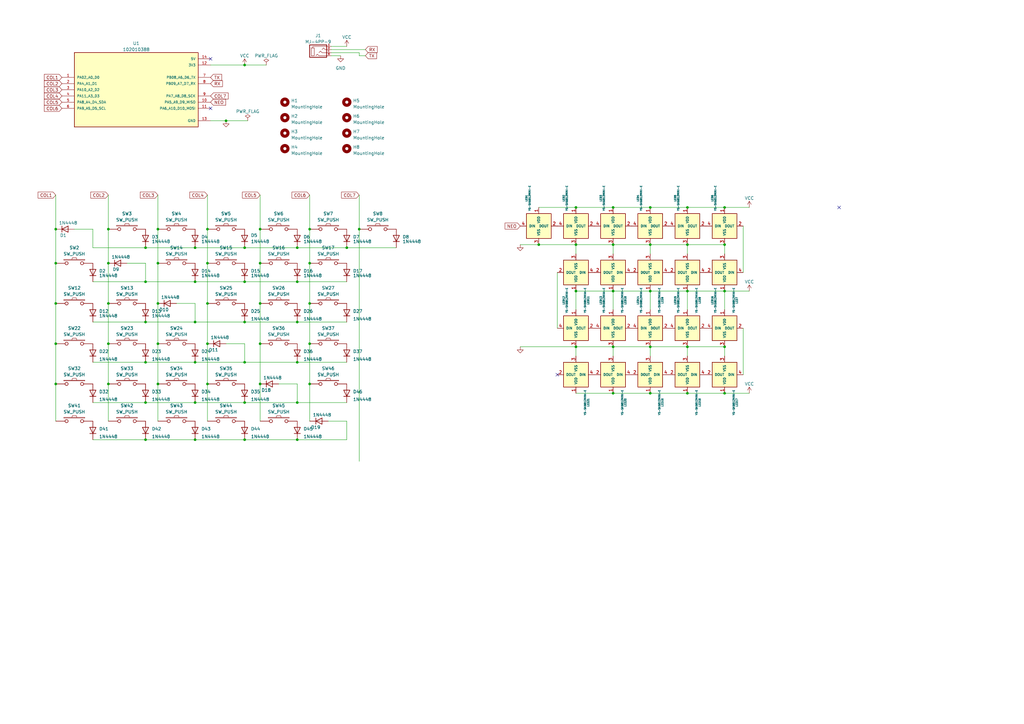
<source format=kicad_sch>
(kicad_sch (version 20230121) (generator eeschema)
  (paper "A3")
  (lib_symbols
    (symbol "1N4448_1" (pin_numbers hide) (pin_names (offset 1.016) hide)
      (property "Reference" "D" (at 0 2.54 0))
      (property "Value" "1N4448" (at 0 -2.54 0))
      (symbol "1N4448_1_0_1"
        (polyline (pts (xy -1.27 1.27) (xy -1.27 -1.27)) (stroke (width 0.254)))
        (polyline (pts (xy 1.27 0) (xy -1.27 0)))
        (polyline (pts (xy 1.27 1.27) (xy 1.27 -1.27) (xy -1.27 0) (xy 1.27 1.27)) (stroke (width 0.254)))
      )
      (symbol "1N4448_1_1_1"
        (pin passive line (at -3.81 0 0) (length 2.54) (name "K") (number "1"))
        (pin passive line (at 3.81 0 180) (length 2.54) (name "A") (number "2"))
      )
    )
    (symbol "Diode:1N4448" (pin_numbers hide) (pin_names hide)
      (property "Reference" "D" (at 0 2.54 0))
      (property "Value" "1N4448" (at 0 -2.54 0))
      (symbol "1N4448_0_1"
        (polyline (pts (xy -1.27 1.27) (xy -1.27 -1.27)) (stroke (width 0.254)))
        (polyline (pts (xy 1.27 0) (xy -1.27 0)))
        (polyline (pts (xy 1.27 1.27) (xy 1.27 -1.27) (xy -1.27 0) (xy 1.27 1.27)) (stroke (width 0.254)))
      )
      (symbol "1N4448_1_1"
        (pin passive line (at -3.81 0 0) (length 2.54) (name "K") (number "1"))
        (pin passive line (at 3.81 0 180) (length 2.54) (name "A") (number "2"))
      )
    )
    (symbol "Mechanical:MountingHole" (pin_names (offset 1.016))
      (property "Reference" "H" (at 0 5.08 0))
      (property "Value" "MountingHole" (at 0 3.175 0))
      (symbol "MountingHole_0_1"
        (circle (center 0 0) (radius 1.27) (stroke (width 1.27)))
      )
    )
    (symbol "foostan/kbd:MJ-4PP-9" (pin_names (offset 1.016))
      (property "Reference" "J" (at 0 3.81 0))
      (property "Value" "MJ-4PP-9" (at 0 -3.81 0))
      (symbol "MJ-4PP-9_0_1"
        (rectangle (start -1.905 -1.905) (end -3.175 1.27))
        (polyline (pts (xy -2.54 1.27) (xy -2.54 1.905) (xy 3.175 1.905)))
        (polyline (pts (xy -1.27 -1.905) (xy -0.635 -1.27) (xy 0 -1.905) (xy 3.175 -1.905)))
        (polyline (pts (xy 0 -0.635) (xy 0.635 0) (xy 1.27 -0.635) (xy 3.175 -0.635)))
        (polyline (pts (xy 1.27 0.635) (xy 1.905 1.27) (xy 2.54 0.635) (xy 3.175 0.635)))
        (rectangle (start 3.175 2.54) (end -3.81 -2.54) (stroke (width 0.3048)))
      )
      (symbol "MJ-4PP-9_1_1"
        (pin input line (at 5.08 1.905 180) (length 2.0066) (name "~") (number "A"))
        (pin input line (at 5.08 -1.905 180) (length 2.0066) (name "~") (number "B"))
        (pin input line (at 5.08 -0.635 180) (length 2.0066) (name "~") (number "C"))
        (pin input line (at 5.08 0.635 180) (length 2.0066) (name "~") (number "D"))
      )
    )
    (symbol "foostan/kbd:SW_PUSH" (pin_numbers hide) (pin_names (offset 1.016) hide)
      (property "Reference" "SW" (at 3.81 2.794 0))
      (property "Value" "SW_PUSH" (at 0 -2.032 0))
      (symbol "SW_PUSH_0_1"
        (rectangle (start -4.318 1.27) (end 4.318 1.524))
        (polyline (pts (xy -1.016 1.524) (xy -0.762 2.286) (xy 0.762 2.286) (xy 1.016 1.524)))
        (pin passive inverted (at -7.62 0 0) (length 5.08) (name "1") (number "1"))
        (pin passive inverted (at 7.62 0 180) (length 5.08) (name "2") (number "2"))
      )
    )
    (symbol "foostan/kbd:YS-SK6812MINI-E" (pin_names (offset 1.016))
      (property "Reference" "LED" (at 2.54 -7.62 0))
      (property "Value" "YS-SK6812MINI-E" (at 6.35 -6.35 0))
      (symbol "YS-SK6812MINI-E_0_1"
        (rectangle (start -5.08 5.08) (end 5.08 -5.08) (stroke (width 0.254)) (fill (type background)))
      )
      (symbol "YS-SK6812MINI-E_1_1"
        (pin power_in line (at 0 7.62 270) (length 2.54) (name "VDD") (number "1"))
        (pin output line (at 7.62 0 180) (length 2.54) (name "DOUT") (number "2"))
        (pin power_in line (at 0 -7.62 90) (length 2.54) (name "VSS") (number "3"))
        (pin input line (at -7.62 0 0) (length 2.54) (name "DIN") (number "4"))
      )
    )
    (symbol "power:GND" (power) (pin_names (offset 0))
      (property "Value" "GND" (at 0 -3.81 0))
      (symbol "GND_0_1"
        (polyline (pts (xy 0 0) (xy 0 -1.27) (xy 1.27 -1.27) (xy 0 -2.54) (xy -1.27 -1.27) (xy 0 -1.27)))
      )
      (symbol "GND_1_1"
        (pin power_in line (at 0 0 270) (length 0) hide (name "GND") (number "1"))
      )
    )
    (symbol "power:PWR_FLAG" (power) (pin_numbers hide) (pin_names (offset 0) hide)
      (property "Value" "PWR_FLAG" (at 0 3.81 0))
      (symbol "PWR_FLAG_0_0"
        (pin power_out line (at 0 0 90) (length 0) (name "pwr") (number "1"))
      )
      (symbol "PWR_FLAG_0_1"
        (polyline (pts (xy 0 0) (xy 0 1.27) (xy -1.016 1.905) (xy 0 2.54) (xy 1.016 1.905) (xy 0 1.27)))
      )
    )
    (symbol "power:VCC" (power) (pin_names (offset 0))
      (property "Value" "VCC" (at 0 3.81 0))
      (symbol "VCC_0_1"
        (polyline (pts (xy -0.762 1.27) (xy 0 2.54)))
        (polyline (pts (xy 0 0) (xy 0 2.54)))
        (polyline (pts (xy 0 2.54) (xy 0.762 1.27)))
      )
      (symbol "VCC_1_1"
        (pin power_in line (at 0 0 90) (length 0) hide (name "VCC") (number "1"))
      )
    )
    (symbol "xiao:102010388" (pin_names (offset 1.016))
      (property "Reference" "U" (at -25.4 16.002 0))
      (property "Value" "102010388" (at -25.4 -17.78 0))
      (symbol "102010388_0_0"
        (rectangle (start -25.4 -15.24) (end 25.4 15.24) (stroke (width 0.254)) (fill (type background)))
        (pin bidirectional line (at -30.48 5.08 0) (length 5.08) (name "PA02_A0_D0") (number "1"))
        (pin bidirectional line (at 30.48 -5.08 180) (length 5.08) (name "PA5_A9_D9_MISO") (number "10"))
        (pin bidirectional line (at 30.48 -7.62 180) (length 5.08) (name "PA6_A10_D10_MOSI") (number "11"))
        (pin power_in line (at 30.48 10.16 180) (length 5.08) (name "3V3") (number "12"))
        (pin power_in line (at 30.48 -12.7 180) (length 5.08) (name "GND") (number "13"))
        (pin power_in line (at 30.48 12.7 180) (length 5.08) (name "5V") (number "14"))
        (pin bidirectional line (at -30.48 2.54 0) (length 5.08) (name "PA4_A1_D1") (number "2"))
        (pin bidirectional line (at -30.48 0 0) (length 5.08) (name "PA10_A2_D2") (number "3"))
        (pin bidirectional line (at -30.48 -2.54 0) (length 5.08) (name "PA11_A3_D3") (number "4"))
        (pin bidirectional line (at -30.48 -5.08 0) (length 5.08) (name "PA8_A4_D4_SDA") (number "5"))
        (pin bidirectional line (at -30.48 -7.62 0) (length 5.08) (name "PA9_A5_D5_SCL") (number "6"))
        (pin bidirectional line (at 30.48 5.08 180) (length 5.08) (name "PB08_A6_D6_TX") (number "7"))
        (pin bidirectional line (at 30.48 2.54 180) (length 5.08) (name "PB09_A7_D7_RX") (number "8"))
        (pin bidirectional line (at 30.48 -2.54 180) (length 5.08) (name "PA7_A8_D8_SCK") (number "9"))
      )
    )
  )
  (junction (at 266.7 161.29))
  (junction (at 236.22 142.24))
  (junction (at 127 157.48))
  (junction (at 44.45 140.97))
  (junction (at 236.22 119.38))
  (junction (at 92.71 49.53))
  (junction (at 22.86 107.95))
  (junction (at 142.24 101.6))
  (junction (at 121.92 180.34))
  (junction (at 297.18 119.38))
  (junction (at 281.94 85.09))
  (junction (at 100.33 148.59))
  (junction (at 64.77 157.48))
  (junction (at 100.33 101.6))
  (junction (at 297.18 85.09))
  (junction (at 59.69 132.08))
  (junction (at 127 140.97))
  (junction (at 106.68 157.48))
  (junction (at 121.92 115.57))
  (junction (at 127 93.98))
  (junction (at 44.45 157.48))
  (junction (at 80.01 132.08))
  (junction (at 80.01 165.1))
  (junction (at 297.18 100.33))
  (junction (at 22.86 157.48))
  (junction (at 297.18 142.24))
  (junction (at 22.86 93.98))
  (junction (at 59.69 148.59))
  (junction (at 100.33 165.1))
  (junction (at 106.68 124.46))
  (junction (at 100.33 26.67))
  (junction (at 80.01 101.6))
  (junction (at 106.68 107.95))
  (junction (at 85.09 124.46))
  (junction (at 85.09 107.95))
  (junction (at 266.7 85.09))
  (junction (at 64.77 107.95))
  (junction (at 44.45 124.46))
  (junction (at 44.45 107.95))
  (junction (at 64.77 93.98))
  (junction (at 251.46 85.09))
  (junction (at 281.94 100.33))
  (junction (at 121.92 132.08))
  (junction (at 147.32 93.98))
  (junction (at 106.68 93.98))
  (junction (at 59.69 101.6))
  (junction (at 59.69 115.57))
  (junction (at 266.7 119.38))
  (junction (at 80.01 115.57))
  (junction (at 251.46 100.33))
  (junction (at 121.92 101.6))
  (junction (at 297.18 161.29))
  (junction (at 236.22 85.09))
  (junction (at 251.46 119.38))
  (junction (at 127 107.95))
  (junction (at 220.98 100.33))
  (junction (at 85.09 140.97))
  (junction (at 100.33 180.34))
  (junction (at 59.69 180.34))
  (junction (at 85.09 157.48))
  (junction (at 236.22 100.33))
  (junction (at 22.86 124.46))
  (junction (at 80.01 180.34))
  (junction (at 121.92 165.1))
  (junction (at 106.68 140.97))
  (junction (at 281.94 142.24))
  (junction (at 127 124.46))
  (junction (at 85.09 93.98))
  (junction (at 44.45 93.98))
  (junction (at 80.01 148.59))
  (junction (at 100.33 132.08))
  (junction (at 121.92 148.59))
  (junction (at 22.86 140.97))
  (junction (at 281.94 161.29))
  (junction (at 251.46 161.29))
  (junction (at 59.69 165.1))
  (junction (at 100.33 115.57))
  (junction (at 64.77 140.97))
  (junction (at 281.94 119.38))
  (junction (at 266.7 142.24))
  (junction (at 266.7 100.33))
  (junction (at 251.46 142.24))
  (junction (at 64.77 124.46))
  (no_connect (at 86.36 44.45))
  (no_connect (at 228.6 153.67))
  (no_connect (at 344.17 85.09))
  (no_connect (at 86.36 24.13))
  (wire (pts (xy 266.7 142.24) (xy 266.7 146.05)))
  (wire (pts (xy 213.36 142.24) (xy 236.22 142.24)))
  (wire (pts (xy 64.77 93.98) (xy 64.77 107.95)))
  (wire (pts (xy 266.7 100.33) (xy 281.94 100.33)))
  (wire (pts (xy 59.69 107.95) (xy 59.69 115.57)))
  (wire (pts (xy 86.36 26.67) (xy 100.33 26.67)))
  (wire (pts (xy 142.24 165.1) (xy 121.92 165.1)))
  (wire (pts (xy 44.45 124.46) (xy 44.45 140.97)))
  (wire (pts (xy 86.36 49.53) (xy 92.71 49.53)))
  (wire (pts (xy 135.89 22.86) (xy 139.7 22.86)))
  (wire (pts (xy 281.94 119.38) (xy 281.94 127)))
  (wire (pts (xy 38.1 148.59) (xy 59.69 148.59)))
  (wire (pts (xy 135.89 21.59) (xy 147.32 21.59)))
  (wire (pts (xy 100.33 132.08) (xy 80.01 132.08)))
  (wire (pts (xy 121.92 180.34) (xy 142.24 180.34)))
  (wire (pts (xy 59.69 101.6) (xy 38.1 101.6)))
  (wire (pts (xy 106.68 140.97) (xy 106.68 157.48)))
  (wire (pts (xy 106.68 80.01) (xy 106.68 93.98)))
  (wire (pts (xy 236.22 100.33) (xy 236.22 104.14)))
  (wire (pts (xy 59.69 132.08) (xy 80.01 132.08)))
  (wire (pts (xy 22.86 107.95) (xy 22.86 124.46)))
  (wire (pts (xy 80.01 101.6) (xy 59.69 101.6)))
  (wire (pts (xy 251.46 100.33) (xy 266.7 100.33)))
  (wire (pts (xy 297.18 142.24) (xy 297.18 146.05)))
  (wire (pts (xy 266.7 142.24) (xy 281.94 142.24)))
  (wire (pts (xy 22.86 124.46) (xy 22.86 140.97)))
  (wire (pts (xy 100.33 148.59) (xy 100.33 140.97)))
  (wire (pts (xy 38.1 115.57) (xy 59.69 115.57)))
  (wire (pts (xy 59.69 180.34) (xy 80.01 180.34)))
  (wire (pts (xy 297.18 119.38) (xy 281.94 119.38)))
  (wire (pts (xy 251.46 142.24) (xy 266.7 142.24)))
  (wire (pts (xy 80.01 180.34) (xy 100.33 180.34)))
  (wire (pts (xy 80.01 148.59) (xy 100.33 148.59)))
  (wire (pts (xy 147.32 93.98) (xy 147.32 189.23)))
  (wire (pts (xy 85.09 140.97) (xy 85.09 157.48)))
  (wire (pts (xy 121.92 132.08) (xy 100.33 132.08)))
  (wire (pts (xy 106.68 93.98) (xy 106.68 107.95)))
  (wire (pts (xy 304.8 92.71) (xy 304.8 111.76)))
  (wire (pts (xy 44.45 80.01) (xy 44.45 93.98)))
  (wire (pts (xy 142.24 180.34) (xy 142.24 172.72)))
  (wire (pts (xy 127 140.97) (xy 127 157.48)))
  (wire (pts (xy 266.7 119.38) (xy 266.7 127)))
  (wire (pts (xy 85.09 80.01) (xy 85.09 93.98)))
  (wire (pts (xy 213.36 100.33) (xy 220.98 100.33)))
  (wire (pts (xy 142.24 115.57) (xy 121.92 115.57)))
  (wire (pts (xy 147.32 21.59) (xy 147.32 22.86)))
  (wire (pts (xy 127 157.48) (xy 127 172.72)))
  (wire (pts (xy 127 93.98) (xy 127 107.95)))
  (wire (pts (xy 251.46 119.38) (xy 236.22 119.38)))
  (wire (pts (xy 281.94 142.24) (xy 281.94 146.05)))
  (wire (pts (xy 44.45 107.95) (xy 44.45 124.46)))
  (wire (pts (xy 228.6 111.76) (xy 228.6 134.62)))
  (wire (pts (xy 64.77 140.97) (xy 64.77 157.48)))
  (wire (pts (xy 251.46 161.29) (xy 266.7 161.29)))
  (wire (pts (xy 59.69 165.1) (xy 80.01 165.1)))
  (wire (pts (xy 281.94 119.38) (xy 266.7 119.38)))
  (wire (pts (xy 251.46 85.09) (xy 266.7 85.09)))
  (wire (pts (xy 307.34 85.09) (xy 297.18 85.09)))
  (wire (pts (xy 236.22 142.24) (xy 236.22 146.05)))
  (wire (pts (xy 236.22 85.09) (xy 251.46 85.09)))
  (wire (pts (xy 64.77 107.95) (xy 64.77 124.46)))
  (wire (pts (xy 251.46 119.38) (xy 251.46 127)))
  (wire (pts (xy 22.86 157.48) (xy 22.86 172.72)))
  (wire (pts (xy 80.01 124.46) (xy 72.39 124.46)))
  (wire (pts (xy 127 124.46) (xy 127 140.97)))
  (wire (pts (xy 135.89 20.32) (xy 149.86 20.32)))
  (wire (pts (xy 100.33 101.6) (xy 80.01 101.6)))
  (wire (pts (xy 127 80.01) (xy 127 93.98)))
  (wire (pts (xy 80.01 165.1) (xy 100.33 165.1)))
  (wire (pts (xy 297.18 100.33) (xy 297.18 104.14)))
  (wire (pts (xy 142.24 132.08) (xy 121.92 132.08)))
  (wire (pts (xy 100.33 140.97) (xy 92.71 140.97)))
  (wire (pts (xy 304.8 134.62) (xy 304.8 153.67)))
  (wire (pts (xy 121.92 101.6) (xy 100.33 101.6)))
  (wire (pts (xy 121.92 115.57) (xy 100.33 115.57)))
  (wire (pts (xy 281.94 85.09) (xy 266.7 85.09)))
  (wire (pts (xy 100.33 180.34) (xy 121.92 180.34)))
  (wire (pts (xy 22.86 93.98) (xy 22.86 107.95)))
  (wire (pts (xy 85.09 157.48) (xy 85.09 172.72)))
  (wire (pts (xy 236.22 142.24) (xy 251.46 142.24)))
  (wire (pts (xy 85.09 124.46) (xy 85.09 140.97)))
  (wire (pts (xy 80.01 115.57) (xy 59.69 115.57)))
  (wire (pts (xy 142.24 148.59) (xy 121.92 148.59)))
  (wire (pts (xy 100.33 115.57) (xy 80.01 115.57)))
  (wire (pts (xy 220.98 100.33) (xy 236.22 100.33)))
  (wire (pts (xy 64.77 124.46) (xy 64.77 140.97)))
  (wire (pts (xy 220.98 85.09) (xy 236.22 85.09)))
  (wire (pts (xy 38.1 101.6) (xy 38.1 93.98)))
  (wire (pts (xy 85.09 93.98) (xy 85.09 107.95)))
  (wire (pts (xy 121.92 165.1) (xy 121.92 157.48)))
  (wire (pts (xy 307.34 119.38) (xy 297.18 119.38)))
  (wire (pts (xy 59.69 148.59) (xy 80.01 148.59)))
  (wire (pts (xy 281.94 100.33) (xy 281.94 104.14)))
  (wire (pts (xy 38.1 180.34) (xy 59.69 180.34)))
  (wire (pts (xy 22.86 140.97) (xy 22.86 157.48)))
  (wire (pts (xy 38.1 93.98) (xy 30.48 93.98)))
  (wire (pts (xy 80.01 132.08) (xy 80.01 124.46)))
  (wire (pts (xy 266.7 100.33) (xy 266.7 104.14)))
  (wire (pts (xy 100.33 165.1) (xy 121.92 165.1)))
  (wire (pts (xy 44.45 157.48) (xy 44.45 172.72)))
  (wire (pts (xy 85.09 107.95) (xy 85.09 124.46)))
  (wire (pts (xy 236.22 119.38) (xy 236.22 127)))
  (wire (pts (xy 147.32 80.01) (xy 147.32 93.98)))
  (wire (pts (xy 38.1 132.08) (xy 59.69 132.08)))
  (wire (pts (xy 44.45 140.97) (xy 44.45 157.48)))
  (wire (pts (xy 281.94 85.09) (xy 297.18 85.09)))
  (wire (pts (xy 106.68 107.95) (xy 106.68 124.46)))
  (wire (pts (xy 127 107.95) (xy 127 124.46)))
  (wire (pts (xy 147.32 22.86) (xy 149.86 22.86)))
  (wire (pts (xy 22.86 80.01) (xy 22.86 93.98)))
  (wire (pts (xy 59.69 107.95) (xy 52.07 107.95)))
  (wire (pts (xy 266.7 161.29) (xy 281.94 161.29)))
  (wire (pts (xy 121.92 157.48) (xy 114.3 157.48)))
  (wire (pts (xy 297.18 161.29) (xy 307.34 161.29)))
  (wire (pts (xy 236.22 100.33) (xy 251.46 100.33)))
  (wire (pts (xy 106.68 157.48) (xy 106.68 172.72)))
  (wire (pts (xy 135.89 19.05) (xy 142.24 19.05)))
  (wire (pts (xy 236.22 161.29) (xy 251.46 161.29)))
  (wire (pts (xy 142.24 101.6) (xy 121.92 101.6)))
  (wire (pts (xy 92.71 49.53) (xy 101.6 49.53)))
  (wire (pts (xy 281.94 142.24) (xy 297.18 142.24)))
  (wire (pts (xy 64.77 80.01) (xy 64.77 93.98)))
  (wire (pts (xy 64.77 157.48) (xy 64.77 172.72)))
  (wire (pts (xy 162.56 101.6) (xy 142.24 101.6)))
  (wire (pts (xy 251.46 100.33) (xy 251.46 104.14)))
  (wire (pts (xy 142.24 172.72) (xy 134.62 172.72)))
  (wire (pts (xy 281.94 100.33) (xy 297.18 100.33)))
  (wire (pts (xy 106.68 124.46) (xy 106.68 140.97)))
  (wire (pts (xy 38.1 165.1) (xy 59.69 165.1)))
  (wire (pts (xy 44.45 93.98) (xy 44.45 107.95)))
  (wire (pts (xy 121.92 148.59) (xy 100.33 148.59)))
  (wire (pts (xy 266.7 119.38) (xy 251.46 119.38)))
  (wire (pts (xy 100.33 26.67) (xy 109.22 26.67)))
  (wire (pts (xy 281.94 161.29) (xy 297.18 161.29)))
  (wire (pts (xy 251.46 142.24) (xy 251.46 146.05)))
  (wire (pts (xy 297.18 119.38) (xy 297.18 127)))
  (global_label "COL2" (shape input) (at 25.4 34.29 180) (property "Intersheetrefs" "${INTERSHEET_REFS}" (effects hide)))
  (global_label "COL1" (shape input) (at 25.4 31.75 180) (property "Intersheetrefs" "${INTERSHEET_REFS}" (effects hide)))
  (global_label "COL4" (shape input) (at 85.09 80.01 180) (property "Intersheetrefs" "${INTERSHEET_REFS}" (effects hide)))
  (global_label "COL7" (shape input) (at 147.32 80.01 180) (property "Intersheetrefs" "${INTERSHEET_REFS}" (effects hide)))
  (global_label "COL7" (shape input) (at 86.36 39.37 0) (property "Intersheetrefs" "${INTERSHEET_REFS}" (effects hide)))
  (global_label "COL3" (shape input) (at 25.4 36.83 180) (property "Intersheetrefs" "${INTERSHEET_REFS}" (effects hide)))
  (global_label "COL6" (shape input) (at 127 80.01 180) (property "Intersheetrefs" "${INTERSHEET_REFS}" (effects hide)))
  (global_label "NEO" (shape input) (at 213.36 92.71 180) (property "Intersheetrefs" "${INTERSHEET_REFS}" (effects hide)))
  (global_label "COL6" (shape input) (at 25.4 44.45 180) (property "Intersheetrefs" "${INTERSHEET_REFS}" (effects hide)))
  (global_label "TX" (shape input) (at 86.36 31.75 0) (property "Intersheetrefs" "${INTERSHEET_REFS}" (effects hide)))
  (global_label "RX" (shape input) (at 86.36 34.29 0) (property "Intersheetrefs" "${INTERSHEET_REFS}" (effects hide)))
  (global_label "TX" (shape input) (at 149.86 22.86 0) (property "Intersheetrefs" "${INTERSHEET_REFS}" (effects hide)))
  (global_label "RX" (shape input) (at 149.86 20.32 0) (property "Intersheetrefs" "${INTERSHEET_REFS}" (effects hide)))
  (global_label "NEO" (shape input) (at 86.36 41.91 0) (property "Intersheetrefs" "${INTERSHEET_REFS}" (effects hide)))
  (global_label "COL4" (shape input) (at 25.4 39.37 180) (property "Intersheetrefs" "${INTERSHEET_REFS}" (effects hide)))
  (global_label "COL3" (shape input) (at 64.77 80.01 180) (property "Intersheetrefs" "${INTERSHEET_REFS}" (effects hide)))
  (global_label "COL5" (shape input) (at 25.4 41.91 180) (property "Intersheetrefs" "${INTERSHEET_REFS}" (effects hide)))
  (global_label "COL1" (shape input) (at 22.86 80.01 180) (property "Intersheetrefs" "${INTERSHEET_REFS}" (effects hide)))
  (global_label "COL2" (shape input) (at 44.45 80.01 180) (property "Intersheetrefs" "${INTERSHEET_REFS}" (effects hide)))
  (global_label "COL5" (shape input) (at 106.68 80.01 180) (property "Intersheetrefs" "${INTERSHEET_REFS}" (effects hide)))
  (symbol (lib_id "foostan/kbd:YS-SK6812MINI-E") (at 297.18 92.71 0) (unit 1)
    (property "Reference" "LED6" (at 292.1569 81.28 90) (effects (font (size 0.7366 0.7366))))
    (property "Value" "YS-SK6812MINI-E" (at 293.4269 81.28 90) (effects (font (size 0.7366 0.7366))))
    (property "Footprint" "foostan/kbd:YS-SK6812MINI-E" (effects hide))
  )
  (symbol (lib_id "Diode:1N4448") (at 100.33 161.29 90) (unit 1)
    (property "Reference" "D35" (at 102.87 160.655 90) (effects (justify right)))
    (property "Value" "1N4448" (at 102.87 163.83 90) (effects (justify right)))
    (property "Footprint" "foostan/kbd:D3_SMD_v2" (effects hide))
    (property "Datasheet" "https://assets.nexperia.com/documents/data-sheet/1N4148_1N4448.pdf" (effects hide))
    (property "Sim.Device" "D" (effects hide))
    (property "Sim.Pins" "1=K 2=A" (effects hide))
  )
  (symbol (lib_id "Diode:1N4448") (at 162.56 97.79 90) (unit 1)
    (property "Reference" "D8" (at 165.1 97.155 90) (effects (justify right)))
    (property "Value" "1N4448" (at 165.1 99.06 90) (effects (justify right)))
    (property "Footprint" "foostan/kbd:D3_SMD_v2" (effects hide))
    (property "Datasheet" "https://assets.nexperia.com/documents/data-sheet/1N4148_1N4448.pdf" (effects hide))
    (property "Sim.Device" "D" (effects hide))
    (property "Sim.Pins" "1=K 2=A" (effects hide))
  )
  (symbol (lib_id "Diode:1N4448") (at 26.67 93.98 0) (unit 1)
    (property "Reference" "D1" (at 27.305 96.52 0) (effects (justify right)))
    (property "Value" "1N4448" (at 31.75 91.44 0) (effects (justify right)))
    (property "Footprint" "foostan/kbd:D3_SMD_v2" (effects hide))
    (property "Datasheet" "https://assets.nexperia.com/documents/data-sheet/1N4148_1N4448.pdf" (effects hide))
    (property "Sim.Device" "D" (effects hide))
    (property "Sim.Pins" "1=K 2=A" (effects hide))
  )
  (symbol (lib_id "foostan/kbd:SW_PUSH") (at 114.3 140.97 0) (unit 1)
    (property "Reference" "SW36" (at 114.3 134.62 0))
    (property "Value" "SW_PUSH" (at 114.3 137.16 0))
    (property "Footprint" "foostan/kbd:CherryMX_Hotswap" (effects hide))
  )
  (symbol (lib_id "power:VCC") (at 307.34 161.29 0) (unit 1)
    (property "Reference" "#PWR07" (effects hide))
    (property "Value" "VCC" (at 307.34 157.48 0))
  )
  (symbol (lib_id "Diode:1N4448") (at 68.58 124.46 0) (unit 1)
    (property "Reference" "D10" (at 69.215 127 0) (effects (justify right)))
    (property "Value" "1N4448" (at 73.66 121.92 0) (effects (justify right)))
    (property "Footprint" "foostan/kbd:D3_SMD_v2" (effects hide))
    (property "Datasheet" "https://assets.nexperia.com/documents/data-sheet/1N4148_1N4448.pdf" (effects hide))
    (property "Sim.Device" "D" (effects hide))
    (property "Sim.Pins" "1=K 2=A" (effects hide))
  )
  (symbol (lib_id "foostan/kbd:SW_PUSH") (at 30.48 140.97 0) (unit 1)
    (property "Reference" "SW22" (at 30.48 134.62 0))
    (property "Value" "SW_PUSH" (at 30.48 137.16 0))
    (property "Footprint" "foostan/kbd:CherryMX_Hotswap" (effects hide))
  )
  (symbol (lib_id "foostan/kbd:SW_PUSH") (at 52.07 124.46 0) (unit 1)
    (property "Reference" "SW13" (at 52.07 118.11 0))
    (property "Value" "SW_PUSH" (at 52.07 120.65 0))
    (property "Footprint" "foostan/kbd:CherryMX_Hotswap" (effects hide))
  )
  (symbol (lib_id "Diode:1N4448") (at 142.24 97.79 90) (unit 1)
    (property "Reference" "D7" (at 144.78 97.155 90) (effects (justify right)))
    (property "Value" "1N4448" (at 144.78 99.06 90) (effects (justify right)))
    (property "Footprint" "foostan/kbd:D3_SMD_v2" (effects hide))
    (property "Datasheet" "https://assets.nexperia.com/documents/data-sheet/1N4148_1N4448.pdf" (effects hide))
    (property "Sim.Device" "D" (effects hide))
    (property "Sim.Pins" "1=K 2=A" (effects hide))
  )
  (symbol (lib_id "Diode:1N4448") (at 121.92 144.78 90) (unit 1)
    (property "Reference" "D36" (at 124.46 144.145 90) (effects (justify right)))
    (property "Value" "1N4448" (at 124.46 147.32 90) (effects (justify right)))
    (property "Footprint" "foostan/kbd:D3_SMD_v2" (effects hide))
    (property "Datasheet" "https://assets.nexperia.com/documents/data-sheet/1N4148_1N4448.pdf" (effects hide))
    (property "Sim.Device" "D" (effects hide))
    (property "Sim.Pins" "1=K 2=A" (effects hide))
  )
  (symbol (lib_id "Diode:1N4448") (at 121.92 128.27 90) (unit 1)
    (property "Reference" "D26" (at 124.46 127.635 90) (effects (justify right)))
    (property "Value" "1N4448" (at 124.46 130.81 90) (effects (justify right)))
    (property "Footprint" "foostan/kbd:D3_SMD_v2" (effects hide))
    (property "Datasheet" "https://assets.nexperia.com/documents/data-sheet/1N4148_1N4448.pdf" (effects hide))
    (property "Sim.Device" "D" (effects hide))
    (property "Sim.Pins" "1=K 2=A" (effects hide))
  )
  (symbol (lib_id "Diode:1N4448") (at 142.24 161.29 90) (unit 1)
    (property "Reference" "D46" (at 144.78 160.655 90) (effects (justify right)))
    (property "Value" "1N4448" (at 144.78 163.83 90) (effects (justify right)))
    (property "Footprint" "foostan/kbd:D3_SMD_v2" (effects hide))
    (property "Datasheet" "https://assets.nexperia.com/documents/data-sheet/1N4148_1N4448.pdf" (effects hide))
    (property "Sim.Device" "D" (effects hide))
    (property "Sim.Pins" "1=K 2=A" (effects hide))
  )
  (symbol (lib_id "Diode:1N4448") (at 48.26 107.95 0) (unit 1)
    (property "Reference" "D9" (at 48.895 110.49 0) (effects (justify right)))
    (property "Value" "1N4448" (at 53.34 105.41 0) (effects (justify right)))
    (property "Footprint" "foostan/kbd:D3_SMD_v2" (effects hide))
    (property "Datasheet" "https://assets.nexperia.com/documents/data-sheet/1N4148_1N4448.pdf" (effects hide))
    (property "Sim.Device" "D" (effects hide))
    (property "Sim.Pins" "1=K 2=A" (effects hide))
  )
  (symbol (lib_id "foostan/kbd:SW_PUSH") (at 134.62 157.48 0) (unit 1)
    (property "Reference" "SW46" (at 134.62 151.13 0))
    (property "Value" "SW_PUSH" (at 134.62 153.67 0))
    (property "Footprint" "foostan/kbd:CherryMX_Hotswap" (effects hide))
  )
  (symbol (lib_id "foostan/kbd:YS-SK6812MINI-E") (at 266.7 134.62 0) (unit 1)
    (property "Reference" "LED14" (at 261.6769 123.19 90) (effects (font (size 0.7366 0.7366))))
    (property "Value" "YS-SK6812MINI-E" (at 262.9469 123.19 90) (effects (font (size 0.7366 0.7366))))
    (property "Footprint" "foostan/kbd:YS-SK6812MINI-E" (effects hide))
  )
  (symbol (lib_id "foostan/kbd:YS-SK6812MINI-E") (at 281.94 153.67 180) (unit 1)
    (property "Reference" "LED18" (at 286.9631 165.1 90) (effects (font (size 0.7366 0.7366))))
    (property "Value" "YS-SK6812MINI-E" (at 285.6931 165.1 90) (effects (font (size 0.7366 0.7366))))
    (property "Footprint" "foostan/kbd:YS-SK6812MINI-E" (effects hide))
  )
  (symbol (lib_id "Diode:1N4448") (at 142.24 128.27 90) (unit 1)
    (property "Reference" "D27" (at 144.78 127.635 90) (effects (justify right)))
    (property "Value" "1N4448" (at 144.78 130.81 90) (effects (justify right)))
    (property "Footprint" "foostan/kbd:D3_SMD_v2" (effects hide))
    (property "Datasheet" "https://assets.nexperia.com/documents/data-sheet/1N4148_1N4448.pdf" (effects hide))
    (property "Sim.Device" "D" (effects hide))
    (property "Sim.Pins" "1=K 2=A" (effects hide))
  )
  (symbol (lib_id "foostan/kbd:YS-SK6812MINI-E") (at 220.98 92.71 0) (unit 1)
    (property "Reference" "LED1" (at 215.9569 81.28 90) (effects (font (size 0.7366 0.7366))))
    (property "Value" "YS-SK6812MINI-E" (at 217.2269 81.28 90) (effects (font (size 0.7366 0.7366))))
    (property "Footprint" "foostan/kbd:YS-SK6812MINI-E" (effects hide))
  )
  (symbol (lib_id "foostan/kbd:SW_PUSH") (at 52.07 172.72 0) (unit 1)
    (property "Reference" "SW42" (at 52.07 166.37 0))
    (property "Value" "SW_PUSH" (at 52.07 168.91 0))
    (property "Footprint" "foostan/kbd:CherryMX_Hotswap" (effects hide))
  )
  (symbol (lib_id "foostan/kbd:SW_PUSH") (at 52.07 140.97 0) (unit 1)
    (property "Reference" "SW23" (at 52.07 134.62 0))
    (property "Value" "SW_PUSH" (at 52.07 137.16 0))
    (property "Footprint" "foostan/kbd:CherryMX_Hotswap" (effects hide))
  )
  (symbol (lib_id "foostan/kbd:SW_PUSH") (at 114.3 172.72 0) (unit 1)
    (property "Reference" "SW45" (at 114.3 166.37 0))
    (property "Value" "SW_PUSH" (at 114.3 168.91 0))
    (property "Footprint" "foostan/kbd:CherryMX_Hotswap" (effects hide))
  )
  (symbol (lib_id "Mechanical:MountingHole") (at 142.24 48.26 0) (unit 1)
    (property "Reference" "H6" (at 144.78 47.625 0) (effects (justify left)))
    (property "Value" "MountingHole" (at 144.78 50.165 0) (effects (justify left)))
    (property "Footprint" "MountingHole:MountingHole_2.2mm_M2" (effects hide))
  )
  (symbol (lib_id "Diode:1N4448") (at 38.1 176.53 90) (unit 1)
    (property "Reference" "D41" (at 40.64 175.895 90) (effects (justify right)))
    (property "Value" "1N4448" (at 40.64 179.07 90) (effects (justify right)))
    (property "Footprint" "foostan/kbd:D3_SMD_v2" (effects hide))
    (property "Datasheet" "https://assets.nexperia.com/documents/data-sheet/1N4148_1N4448.pdf" (effects hide))
    (property "Sim.Device" "D" (effects hide))
    (property "Sim.Pins" "1=K 2=A" (effects hide))
  )
  (symbol (lib_id "Diode:1N4448") (at 59.69 128.27 90) (unit 1)
    (property "Reference" "D13" (at 62.23 127.635 90) (effects (justify right)))
    (property "Value" "1N4448" (at 62.23 129.54 90) (effects (justify right)))
    (property "Footprint" "foostan/kbd:D3_SMD_v2" (effects hide))
    (property "Datasheet" "https://assets.nexperia.com/documents/data-sheet/1N4148_1N4448.pdf" (effects hide))
    (property "Sim.Device" "D" (effects hide))
    (property "Sim.Pins" "1=K 2=A" (effects hide))
  )
  (symbol (lib_id "foostan/kbd:YS-SK6812MINI-E") (at 251.46 153.67 180) (unit 1)
    (property "Reference" "LED20" (at 256.4831 165.1 90) (effects (font (size 0.7366 0.7366))))
    (property "Value" "YS-SK6812MINI-E" (at 255.2131 165.1 90) (effects (font (size 0.7366 0.7366))))
    (property "Footprint" "foostan/kbd:YS-SK6812MINI-E" (effects hide))
  )
  (symbol (lib_id "power:PWR_FLAG") (at 101.6 49.53 0) (unit 1)
    (property "Reference" "#FLG02" (effects hide))
    (property "Value" "PWR_FLAG" (at 101.6 45.72 0))
  )
  (symbol (lib_id "power:VCC") (at 100.33 26.67 0) (unit 1)
    (property "Reference" "#PWR03" (effects hide))
    (property "Value" "VCC" (at 100.33 22.86 0))
  )
  (symbol (lib_id "foostan/kbd:SW_PUSH") (at 92.71 172.72 0) (unit 1)
    (property "Reference" "SW44" (at 92.71 166.37 0))
    (property "Value" "SW_PUSH" (at 92.71 168.91 0))
    (property "Footprint" "foostan/kbd:CherryMX_Hotswap" (effects hide))
  )
  (symbol (lib_id "foostan/kbd:SW_PUSH") (at 134.62 107.95 0) (unit 1)
    (property "Reference" "SW17" (at 134.62 101.6 0))
    (property "Value" "SW_PUSH" (at 134.62 104.14 0))
    (property "Footprint" "foostan/kbd:CherryMX_Hotswap" (effects hide))
  )
  (symbol (lib_id "Diode:1N4448") (at 59.69 144.78 90) (unit 1)
    (property "Reference" "D23" (at 62.23 144.145 90) (effects (justify right)))
    (property "Value" "1N4448" (at 62.23 147.32 90) (effects (justify right)))
    (property "Footprint" "foostan/kbd:D3_SMD_v2" (effects hide))
    (property "Datasheet" "https://assets.nexperia.com/documents/data-sheet/1N4148_1N4448.pdf" (effects hide))
    (property "Sim.Device" "D" (effects hide))
    (property "Sim.Pins" "1=K 2=A" (effects hide))
  )
  (symbol (lib_id "Diode:1N4448") (at 110.49 157.48 0) (unit 1)
    (property "Reference" "D18" (at 111.125 160.02 0) (effects (justify right)))
    (property "Value" "1N4448" (at 115.57 154.94 0) (effects (justify right)))
    (property "Footprint" "foostan/kbd:D3_SMD_v2" (effects hide))
    (property "Datasheet" "https://assets.nexperia.com/documents/data-sheet/1N4148_1N4448.pdf" (effects hide))
    (property "Sim.Device" "D" (effects hide))
    (property "Sim.Pins" "1=K 2=A" (effects hide))
  )
  (symbol (lib_id "power:VCC") (at 307.34 119.38 0) (unit 1)
    (property "Reference" "#PWR06" (effects hide))
    (property "Value" "VCC" (at 307.34 115.57 0))
  )
  (symbol (lib_id "power:GND") (at 213.36 100.33 0) (unit 1)
    (property "Reference" "#PWR08" (effects hide))
    (property "Value" "GND" (effects hide))
  )
  (symbol (lib_id "Diode:1N4448") (at 88.9 140.97 0) (unit 1)
    (property "Reference" "D11" (at 89.535 143.51 0) (effects (justify right)))
    (property "Value" "1N4448" (at 93.98 138.43 0) (effects (justify right)))
    (property "Footprint" "foostan/kbd:D3_SMD_v2" (effects hide))
    (property "Datasheet" "https://assets.nexperia.com/documents/data-sheet/1N4148_1N4448.pdf" (effects hide))
    (property "Sim.Device" "D" (effects hide))
    (property "Sim.Pins" "1=K 2=A" (effects hide))
  )
  (symbol (lib_id "Mechanical:MountingHole") (at 142.24 54.61 0) (unit 1)
    (property "Reference" "H7" (at 144.78 53.975 0) (effects (justify left)))
    (property "Value" "MountingHole" (at 144.78 56.515 0) (effects (justify left)))
    (property "Footprint" "MountingHole:MountingHole_2.2mm_M2" (effects hide))
  )
  (symbol (lib_id "foostan/kbd:SW_PUSH") (at 134.62 140.97 0) (unit 1)
    (property "Reference" "SW37" (at 134.62 134.62 0))
    (property "Value" "SW_PUSH" (at 134.62 137.16 0))
    (property "Footprint" "foostan/kbd:CherryMX_Hotswap" (effects hide))
  )
  (symbol (lib_id "power:PWR_FLAG") (at 109.22 26.67 0) (unit 1)
    (property "Reference" "#FLG01" (effects hide))
    (property "Value" "PWR_FLAG" (at 109.22 22.86 0))
  )
  (symbol (lib_id "foostan/kbd:YS-SK6812MINI-E") (at 251.46 111.76 180) (unit 1)
    (property "Reference" "LED10" (at 256.4831 123.19 90) (effects (font (size 0.7366 0.7366))))
    (property "Value" "YS-SK6812MINI-E" (at 255.2131 123.19 90) (effects (font (size 0.7366 0.7366))))
    (property "Footprint" "foostan/kbd:YS-SK6812MINI-E" (effects hide))
  )
  (symbol (lib_id "foostan/kbd:YS-SK6812MINI-E") (at 236.22 111.76 180) (unit 1)
    (property "Reference" "LED11" (at 241.2431 123.19 90) (effects (font (size 0.7366 0.7366))))
    (property "Value" "YS-SK6812MINI-E" (at 239.9731 123.19 90) (effects (font (size 0.7366 0.7366))))
    (property "Footprint" "foostan/kbd:YS-SK6812MINI-E" (effects hide))
  )
  (symbol (lib_id "foostan/kbd:SW_PUSH") (at 114.3 107.95 0) (unit 1)
    (property "Reference" "SW16" (at 114.3 101.6 0))
    (property "Value" "SW_PUSH" (at 114.3 104.14 0))
    (property "Footprint" "foostan/kbd:CherryMX_Hotswap" (effects hide))
  )
  (symbol (lib_id "Diode:1N4448") (at 130.81 172.72 0) (unit 1)
    (property "Reference" "D19" (at 131.445 175.26 0) (effects (justify right)))
    (property "Value" "1N4448" (at 135.89 170.18 0) (effects (justify right)))
    (property "Footprint" "foostan/kbd:D3_SMD_v2" (effects hide))
    (property "Datasheet" "https://assets.nexperia.com/documents/data-sheet/1N4148_1N4448.pdf" (effects hide))
    (property "Sim.Device" "D" (effects hide))
    (property "Sim.Pins" "1=K 2=A" (effects hide))
  )
  (symbol (lib_id "foostan/kbd:YS-SK6812MINI-E") (at 236.22 92.71 0) (unit 1)
    (property "Reference" "LED2" (at 231.1969 81.28 90) (effects (font (size 0.7366 0.7366))))
    (property "Value" "YS-SK6812MINI-E" (at 232.4669 81.28 90) (effects (font (size 0.7366 0.7366))))
    (property "Footprint" "foostan/kbd:YS-SK6812MINI-E" (effects hide))
  )
  (symbol (lib_id "Diode:1N4448") (at 121.92 111.76 90) (unit 1)
    (property "Reference" "D16" (at 124.46 111.125 90) (effects (justify right)))
    (property "Value" "1N4448" (at 124.46 113.03 90) (effects (justify right)))
    (property "Footprint" "foostan/kbd:D3_SMD_v2" (effects hide))
    (property "Datasheet" "https://assets.nexperia.com/documents/data-sheet/1N4148_1N4448.pdf" (effects hide))
    (property "Sim.Device" "D" (effects hide))
    (property "Sim.Pins" "1=K 2=A" (effects hide))
  )
  (symbol (lib_id "Diode:1N4448") (at 121.92 176.53 90) (unit 1)
    (property "Reference" "D45" (at 124.46 175.895 90) (effects (justify right)))
    (property "Value" "1N4448" (at 124.46 179.07 90) (effects (justify right)))
    (property "Footprint" "foostan/kbd:D3_SMD_v2" (effects hide))
    (property "Datasheet" "https://assets.nexperia.com/documents/data-sheet/1N4148_1N4448.pdf" (effects hide))
    (property "Sim.Device" "D" (effects hide))
    (property "Sim.Pins" "1=K 2=A" (effects hide))
  )
  (symbol (lib_id "foostan/kbd:SW_PUSH") (at 134.62 93.98 0) (unit 1)
    (property "Reference" "SW7" (at 134.62 87.63 0))
    (property "Value" "SW_PUSH" (at 134.62 90.17 0))
    (property "Footprint" "foostan/kbd:CherryMX_Hotswap" (effects hide))
  )
  (symbol (lib_id "foostan/kbd:SW_PUSH") (at 154.94 93.98 0) (unit 1)
    (property "Reference" "SW8" (at 154.94 87.63 0))
    (property "Value" "SW_PUSH" (at 154.94 90.17 0))
    (property "Footprint" "foostan/kbd:CherryMX_Hotswap" (effects hide))
  )
  (symbol (lib_id "foostan/kbd:SW_PUSH") (at 114.3 93.98 0) (unit 1)
    (property "Reference" "SW6" (at 114.3 87.63 0))
    (property "Value" "SW_PUSH" (at 114.3 90.17 0))
    (property "Footprint" "foostan/kbd:CherryMX_Hotswap" (effects hide))
  )
  (symbol (lib_id "power:GND") (at 92.71 49.53 0) (unit 1)
    (property "Reference" "#PWR01" (effects hide))
    (property "Value" "GND" (effects hide))
  )
  (symbol (lib_id "Diode:1N4448") (at 100.33 97.79 90) (unit 1)
    (property "Reference" "D5" (at 102.87 96.52 90) (effects (justify right)))
    (property "Value" "1N4448" (at 102.87 99.06 90) (effects (justify right)))
    (property "Footprint" "foostan/kbd:D3_SMD_v2" (effects hide))
    (property "Datasheet" "https://assets.nexperia.com/documents/data-sheet/1N4148_1N4448.pdf" (effects hide))
    (property "Sim.Device" "D" (effects hide))
    (property "Sim.Pins" "1=K 2=A" (effects hide))
  )
  (symbol (lib_id "Mechanical:MountingHole") (at 116.84 41.91 0) (unit 1)
    (property "Reference" "H1" (at 119.38 41.275 0) (effects (justify left)))
    (property "Value" "MountingHole" (at 119.38 43.815 0) (effects (justify left)))
    (property "Footprint" "MountingHole:MountingHole_2.2mm_M2" (effects hide))
  )
  (symbol (lib_id "Diode:1N4448") (at 100.33 128.27 90) (unit 1)
    (property "Reference" "D25" (at 102.87 127.635 90) (effects (justify right)))
    (property "Value" "1N4448" (at 102.87 130.81 90) (effects (justify right)))
    (property "Footprint" "foostan/kbd:D3_SMD_v2" (effects hide))
    (property "Datasheet" "https://assets.nexperia.com/documents/data-sheet/1N4148_1N4448.pdf" (effects hide))
    (property "Sim.Device" "D" (effects hide))
    (property "Sim.Pins" "1=K 2=A" (effects hide))
  )
  (symbol (lib_id "Diode:1N4448") (at 80.01 144.78 90) (unit 1)
    (property "Reference" "D24" (at 82.55 144.145 90) (effects (justify right)))
    (property "Value" "1N4448" (at 82.55 147.32 90) (effects (justify right)))
    (property "Footprint" "foostan/kbd:D3_SMD_v2" (effects hide))
    (property "Datasheet" "https://assets.nexperia.com/documents/data-sheet/1N4148_1N4448.pdf" (effects hide))
    (property "Sim.Device" "D" (effects hide))
    (property "Sim.Pins" "1=K 2=A" (effects hide))
  )
  (symbol (lib_id "Diode:1N4448") (at 121.92 97.79 90) (unit 1)
    (property "Reference" "D6" (at 124.46 97.155 90) (effects (justify right)))
    (property "Value" "1N4448" (at 124.46 99.06 90) (effects (justify right)))
    (property "Footprint" "foostan/kbd:D3_SMD_v2" (effects hide))
    (property "Datasheet" "https://assets.nexperia.com/documents/data-sheet/1N4148_1N4448.pdf" (effects hide))
    (property "Sim.Device" "D" (effects hide))
    (property "Sim.Pins" "1=K 2=A" (effects hide))
  )
  (symbol (lib_id "foostan/kbd:YS-SK6812MINI-E") (at 236.22 134.62 0) (unit 1)
    (property "Reference" "LED12" (at 231.1969 123.19 90) (effects (font (size 0.7366 0.7366))))
    (property "Value" "YS-SK6812MINI-E" (at 232.4669 123.19 90) (effects (font (size 0.7366 0.7366))))
    (property "Footprint" "foostan/kbd:YS-SK6812MINI-E" (effects hide))
  )
  (symbol (lib_id "foostan/kbd:SW_PUSH") (at 92.71 107.95 0) (unit 1)
    (property "Reference" "SW15" (at 92.71 101.6 0))
    (property "Value" "SW_PUSH" (at 92.71 104.14 0))
    (property "Footprint" "foostan/kbd:CherryMX_Hotswap" (effects hide))
  )
  (symbol (lib_id "Mechanical:MountingHole") (at 116.84 60.96 0) (unit 1)
    (property "Reference" "H4" (at 119.38 60.325 0) (effects (justify left)))
    (property "Value" "MountingHole" (at 119.38 62.865 0) (effects (justify left)))
    (property "Footprint" "MountingHole:MountingHole_2.2mm_M2" (effects hide))
  )
  (symbol (lib_id "Diode:1N4448") (at 80.01 97.79 90) (unit 1)
    (property "Reference" "D4" (at 82.55 97.155 90) (effects (justify right)))
    (property "Value" "1N4448" (at 82.55 99.06 90) (effects (justify right)))
    (property "Footprint" "foostan/kbd:D3_SMD_v2" (effects hide))
    (property "Datasheet" "https://assets.nexperia.com/documents/data-sheet/1N4148_1N4448.pdf" (effects hide))
    (property "Sim.Device" "D" (effects hide))
    (property "Sim.Pins" "1=K 2=A" (effects hide))
  )
  (symbol (lib_id "xiao:102010388") (at 55.88 36.83 0) (unit 1)
    (property "Reference" "U1" (at 55.88 17.78 0))
    (property "Value" "102010388" (at 55.88 20.32 0))
    (property "Footprint" "xiao:xiao-wide-2" (effects hide))
    (property "PARTREV" "N/A" (effects hide))
    (property "STANDARD" "Manufacturer Recommendations" (effects hide))
    (property "MANUFACTURER" "Seeed Technology" (effects hide))
    (property "MAXIMUM_PACKAGE_HEIGHT" "N/A" (effects hide))
    (property "SNAPEDA_PN" "102010388" (effects hide))
  )
  (symbol (lib_id "Mechanical:MountingHole") (at 116.84 48.26 0) (unit 1)
    (property "Reference" "H2" (at 119.38 47.625 0) (effects (justify left)))
    (property "Value" "MountingHole" (at 119.38 50.165 0) (effects (justify left)))
    (property "Footprint" "MountingHole:MountingHole_2.2mm_M2" (effects hide))
  )
  (symbol (lib_id "foostan/kbd:YS-SK6812MINI-E") (at 281.94 111.76 180) (unit 1)
    (property "Reference" "LED8" (at 286.9631 123.19 90) (effects (font (size 0.7366 0.7366))))
    (property "Value" "YS-SK6812MINI-E" (at 285.6931 123.19 90) (effects (font (size 0.7366 0.7366))))
    (property "Footprint" "foostan/kbd:YS-SK6812MINI-E" (effects hide))
  )
  (symbol (lib_id "foostan/kbd:SW_PUSH") (at 30.48 124.46 0) (unit 1)
    (property "Reference" "SW12" (at 30.48 118.11 0))
    (property "Value" "SW_PUSH" (at 30.48 120.65 0))
    (property "Footprint" "foostan/kbd:CherryMX_Hotswap" (effects hide))
  )
  (symbol (lib_name "1N4448_1") (lib_id "Diode:1N4448") (at 38.1 111.76 90) (unit 1)
    (property "Reference" "D2" (at 40.64 111.125 90) (effects (justify right)))
    (property "Value" "1N4448" (at 40.64 113.03 90) (effects (justify right)))
    (property "Footprint" "foostan/kbd:D3_SMD_v2" (effects hide))
    (property "Datasheet" "https://assets.nexperia.com/documents/data-sheet/1N4148_1N4448.pdf" (effects hide))
    (property "Sim.Device" "D" (effects hide))
    (property "Sim.Pins" "1=K 2=A" (effects hide))
  )
  (symbol (lib_id "foostan/kbd:SW_PUSH") (at 92.71 93.98 0) (unit 1)
    (property "Reference" "SW5" (at 92.71 87.63 0))
    (property "Value" "SW_PUSH" (at 92.71 90.17 0))
    (property "Footprint" "foostan/kbd:CherryMX_Hotswap" (effects hide))
  )
  (symbol (lib_id "foostan/kbd:SW_PUSH") (at 72.39 140.97 0) (unit 1)
    (property "Reference" "SW24" (at 72.39 134.62 0))
    (property "Value" "SW_PUSH" (at 72.39 137.16 0))
    (property "Footprint" "foostan/kbd:CherryMX_Hotswap" (effects hide))
  )
  (symbol (lib_id "foostan/kbd:SW_PUSH") (at 72.39 157.48 0) (unit 1)
    (property "Reference" "SW34" (at 72.39 151.13 0))
    (property "Value" "SW_PUSH" (at 72.39 153.67 0))
    (property "Footprint" "foostan/kbd:CherryMX_Hotswap" (effects hide))
  )
  (symbol (lib_id "foostan/kbd:YS-SK6812MINI-E") (at 266.7 92.71 0) (unit 1)
    (property "Reference" "LED4" (at 261.6769 81.28 90) (effects (font (size 0.7366 0.7366))))
    (property "Value" "YS-SK6812MINI-E" (at 262.9469 81.28 90) (effects (font (size 0.7366 0.7366))))
    (property "Footprint" "foostan/kbd:YS-SK6812MINI-E" (effects hide))
  )
  (symbol (lib_id "foostan/kbd:YS-SK6812MINI-E") (at 266.7 111.76 180) (unit 1)
    (property "Reference" "LED9" (at 271.7231 123.19 90) (effects (font (size 0.7366 0.7366))))
    (property "Value" "YS-SK6812MINI-E" (at 270.4531 123.19 90) (effects (font (size 0.7366 0.7366))))
    (property "Footprint" "foostan/kbd:YS-SK6812MINI-E" (effects hide))
  )
  (symbol (lib_id "foostan/kbd:YS-SK6812MINI-E") (at 297.18 111.76 180) (unit 1)
    (property "Reference" "LED7" (at 302.2031 123.19 90) (effects (font (size 0.7366 0.7366))))
    (property "Value" "YS-SK6812MINI-E" (at 300.9331 123.19 90) (effects (font (size 0.7366 0.7366))))
    (property "Footprint" "foostan/kbd:YS-SK6812MINI-E" (effects hide))
  )
  (symbol (lib_id "Diode:1N4448") (at 100.33 111.76 90) (unit 1)
    (property "Reference" "D15" (at 102.87 111.125 90) (effects (justify right)))
    (property "Value" "1N4448" (at 102.87 113.03 90) (effects (justify right)))
    (property "Footprint" "foostan/kbd:D3_SMD_v2" (effects hide))
    (property "Datasheet" "https://assets.nexperia.com/documents/data-sheet/1N4148_1N4448.pdf" (effects hide))
    (property "Sim.Device" "D" (effects hide))
    (property "Sim.Pins" "1=K 2=A" (effects hide))
  )
  (symbol (lib_id "foostan/kbd:YS-SK6812MINI-E") (at 281.94 92.71 0) (unit 1)
    (property "Reference" "LED5" (at 276.9169 81.28 90) (effects (font (size 0.7366 0.7366))))
    (property "Value" "YS-SK6812MINI-E" (at 278.1869 81.28 90) (effects (font (size 0.7366 0.7366))))
    (property "Footprint" "foostan/kbd:YS-SK6812MINI-E" (effects hide))
  )
  (symbol (lib_id "power:GND") (at 139.7 22.86 0) (unit 1)
    (property "Reference" "#PWR02" (effects hide))
    (property "Value" "GND" (at 139.7 27.94 0))
  )
  (symbol (lib_id "Diode:1N4448") (at 59.69 97.79 90) (unit 1)
    (property "Reference" "D3" (at 62.23 97.155 90) (effects (justify right)))
    (property "Value" "1N4448" (at 62.23 99.06 90) (effects (justify right)))
    (property "Footprint" "foostan/kbd:D3_SMD_v2" (effects hide))
    (property "Datasheet" "https://assets.nexperia.com/documents/data-sheet/1N4148_1N4448.pdf" (effects hide))
    (property "Sim.Device" "D" (effects hide))
    (property "Sim.Pins" "1=K 2=A" (effects hide))
  )
  (symbol (lib_id "foostan/kbd:SW_PUSH") (at 72.39 93.98 0) (unit 1)
    (property "Reference" "SW4" (at 72.39 87.63 0))
    (property "Value" "SW_PUSH" (at 72.39 90.17 0))
    (property "Footprint" "foostan/kbd:CherryMX_Hotswap" (effects hide))
  )
  (symbol (lib_id "Mechanical:MountingHole") (at 142.24 41.91 0) (unit 1)
    (property "Reference" "H5" (at 144.78 41.275 0) (effects (justify left)))
    (property "Value" "MountingHole" (at 144.78 43.815 0) (effects (justify left)))
    (property "Footprint" "MountingHole:MountingHole_2.2mm_M2" (effects hide))
  )
  (symbol (lib_id "Diode:1N4448") (at 59.69 161.29 90) (unit 1)
    (property "Reference" "D33" (at 62.23 160.655 90) (effects (justify right)))
    (property "Value" "1N4448" (at 62.23 163.83 90) (effects (justify right)))
    (property "Footprint" "foostan/kbd:D3_SMD_v2" (effects hide))
    (property "Datasheet" "https://assets.nexperia.com/documents/data-sheet/1N4148_1N4448.pdf" (effects hide))
    (property "Sim.Device" "D" (effects hide))
    (property "Sim.Pins" "1=K 2=A" (effects hide))
  )
  (symbol (lib_id "Diode:1N4448") (at 142.24 111.76 90) (unit 1)
    (property "Reference" "D17" (at 144.78 111.125 90) (effects (justify right)))
    (property "Value" "1N4448" (at 144.78 113.03 90) (effects (justify right)))
    (property "Footprint" "foostan/kbd:D3_SMD_v2" (effects hide))
    (property "Datasheet" "https://assets.nexperia.com/documents/data-sheet/1N4148_1N4448.pdf" (effects hide))
    (property "Sim.Device" "D" (effects hide))
    (property "Sim.Pins" "1=K 2=A" (effects hide))
  )
  (symbol (lib_id "foostan/kbd:SW_PUSH") (at 92.71 157.48 0) (unit 1)
    (property "Reference" "SW35" (at 92.71 151.13 0))
    (property "Value" "SW_PUSH" (at 92.71 153.67 0))
    (property "Footprint" "foostan/kbd:CherryMX_Hotswap" (effects hide))
  )
  (symbol (lib_id "foostan/kbd:MJ-4PP-9") (at 130.81 20.955 0) (unit 1)
    (property "Reference" "J1" (at 130.4925 14.605 0))
    (property "Value" "MJ-4PP-9" (at 130.4925 17.145 0))
    (property "Footprint" "foostan/kbd:MJ-4PP-9_1side" (effects hide))
  )
  (symbol (lib_id "foostan/kbd:YS-SK6812MINI-E") (at 251.46 134.62 0) (unit 1)
    (property "Reference" "LED13" (at 246.4369 123.19 90) (effects (font (size 0.7366 0.7366))))
    (property "Value" "YS-SK6812MINI-E" (at 247.7069 123.19 90) (effects (font (size 0.7366 0.7366))))
    (property "Footprint" "foostan/kbd:YS-SK6812MINI-E" (effects hide))
  )
  (symbol (lib_id "Diode:1N4448") (at 142.24 144.78 90) (unit 1)
    (property "Reference" "D37" (at 144.78 144.145 90) (effects (justify right)))
    (property "Value" "1N4448" (at 144.78 147.32 90) (effects (justify right)))
    (property "Footprint" "foostan/kbd:D3_SMD_v2" (effects hide))
    (property "Datasheet" "https://assets.nexperia.com/documents/data-sheet/1N4148_1N4448.pdf" (effects hide))
    (property "Sim.Device" "D" (effects hide))
    (property "Sim.Pins" "1=K 2=A" (effects hide))
  )
  (symbol (lib_id "foostan/kbd:YS-SK6812MINI-E") (at 236.22 153.67 180) (unit 1)
    (property "Reference" "LED21" (at 241.2431 165.1 90) (effects (font (size 0.7366 0.7366))))
    (property "Value" "YS-SK6812MINI-E" (at 239.9731 165.1 90) (effects (font (size 0.7366 0.7366))))
    (property "Footprint" "foostan/kbd:YS-SK6812MINI-E" (effects hide))
  )
  (symbol (lib_id "foostan/kbd:SW_PUSH") (at 52.07 93.98 0) (unit 1)
    (property "Reference" "SW3" (at 52.07 87.63 0))
    (property "Value" "SW_PUSH" (at 52.07 90.17 0))
    (property "Footprint" "foostan/kbd:CherryMX_Hotswap" (effects hide))
  )
  (symbol (lib_id "power:VCC") (at 307.34 85.09 0) (unit 1)
    (property "Reference" "#PWR05" (effects hide))
    (property "Value" "VCC" (at 307.34 81.28 0))
  )
  (symbol (lib_id "Mechanical:MountingHole") (at 142.24 60.96 0) (unit 1)
    (property "Reference" "H8" (at 144.78 60.325 0) (effects (justify left)))
    (property "Value" "MountingHole" (at 144.78 62.865 0) (effects (justify left)))
    (property "Footprint" "MountingHole:MountingHole_2.2mm_M2" (effects hide))
  )
  (symbol (lib_id "foostan/kbd:YS-SK6812MINI-E") (at 297.18 134.62 0) (unit 1)
    (property "Reference" "LED16" (at 292.1569 123.19 90) (effects (font (size 0.7366 0.7366))))
    (property "Value" "YS-SK6812MINI-E" (at 293.4269 123.19 90) (effects (font (size 0.7366 0.7366))))
    (property "Footprint" "foostan/kbd:YS-SK6812MINI-E" (effects hide))
  )
  (symbol (lib_id "foostan/kbd:YS-SK6812MINI-E") (at 281.94 134.62 0) (unit 1)
    (property "Reference" "LED15" (at 276.9169 123.19 90) (effects (font (size 0.7366 0.7366))))
    (property "Value" "YS-SK6812MINI-E" (at 278.1869 123.19 90) (effects (font (size 0.7366 0.7366))))
    (property "Footprint" "foostan/kbd:YS-SK6812MINI-E" (effects hide))
  )
  (symbol (lib_id "Diode:1N4448") (at 38.1 144.78 90) (unit 1)
    (property "Reference" "D22" (at 40.64 144.145 90) (effects (justify right)))
    (property "Value" "1N4448" (at 40.64 147.32 90) (effects (justify right)))
    (property "Footprint" "foostan/kbd:D3_SMD_v2" (effects hide))
    (property "Datasheet" "https://assets.nexperia.com/documents/data-sheet/1N4148_1N4448.pdf" (effects hide))
    (property "Sim.Device" "D" (effects hide))
    (property "Sim.Pins" "1=K 2=A" (effects hide))
  )
  (symbol (lib_id "Diode:1N4448") (at 59.69 176.53 90) (unit 1)
    (property "Reference" "D42" (at 62.23 175.895 90) (effects (justify right)))
    (property "Value" "1N4448" (at 62.23 179.07 90) (effects (justify right)))
    (property "Footprint" "foostan/kbd:D3_SMD_v2" (effects hide))
    (property "Datasheet" "https://assets.nexperia.com/documents/data-sheet/1N4148_1N4448.pdf" (effects hide))
    (property "Sim.Device" "D" (effects hide))
    (property "Sim.Pins" "1=K 2=A" (effects hide))
  )
  (symbol (lib_id "power:GND") (at 213.36 142.24 0) (unit 1)
    (property "Reference" "#PWR09" (effects hide))
    (property "Value" "GND" (effects hide))
  )
  (symbol (lib_id "Diode:1N4448") (at 80.01 176.53 90) (unit 1)
    (property "Reference" "D43" (at 82.55 175.895 90) (effects (justify right)))
    (property "Value" "1N4448" (at 82.55 179.07 90) (effects (justify right)))
    (property "Footprint" "foostan/kbd:D3_SMD_v2" (effects hide))
    (property "Datasheet" "https://assets.nexperia.com/documents/data-sheet/1N4148_1N4448.pdf" (effects hide))
    (property "Sim.Device" "D" (effects hide))
    (property "Sim.Pins" "1=K 2=A" (effects hide))
  )
  (symbol (lib_id "foostan/kbd:SW_PUSH") (at 72.39 107.95 0) (unit 1)
    (property "Reference" "SW14" (at 72.39 101.6 0))
    (property "Value" "SW_PUSH" (at 72.39 104.14 0))
    (property "Footprint" "foostan/kbd:CherryMX_Hotswap" (effects hide))
  )
  (symbol (lib_id "foostan/kbd:SW_PUSH") (at 72.39 172.72 0) (unit 1)
    (property "Reference" "SW43" (at 72.39 166.37 0))
    (property "Value" "SW_PUSH" (at 72.39 168.91 0))
    (property "Footprint" "foostan/kbd:CherryMX_Hotswap" (effects hide))
  )
  (symbol (lib_id "Diode:1N4448") (at 38.1 161.29 90) (unit 1)
    (property "Reference" "D32" (at 40.64 160.655 90) (effects (justify right)))
    (property "Value" "1N4448" (at 40.64 163.83 90) (effects (justify right)))
    (property "Footprint" "foostan/kbd:D3_SMD_v2" (effects hide))
    (property "Datasheet" "https://assets.nexperia.com/documents/data-sheet/1N4148_1N4448.pdf" (effects hide))
    (property "Sim.Device" "D" (effects hide))
    (property "Sim.Pins" "1=K 2=A" (effects hide))
  )
  (symbol (lib_id "power:VCC") (at 142.24 19.05 0) (unit 1)
    (property "Reference" "#PWR04" (effects hide))
    (property "Value" "VCC" (at 142.24 15.24 0))
  )
  (symbol (lib_id "foostan/kbd:YS-SK6812MINI-E") (at 266.7 153.67 180) (unit 1)
    (property "Reference" "LED19" (at 271.7231 165.1 90) (effects (font (size 0.7366 0.7366))))
    (property "Value" "YS-SK6812MINI-E" (at 270.4531 165.1 90) (effects (font (size 0.7366 0.7366))))
    (property "Footprint" "foostan/kbd:YS-SK6812MINI-E" (effects hide))
  )
  (symbol (lib_id "foostan/kbd:SW_PUSH") (at 52.07 157.48 0) (unit 1)
    (property "Reference" "SW33" (at 52.07 151.13 0))
    (property "Value" "SW_PUSH" (at 52.07 153.67 0))
    (property "Footprint" "foostan/kbd:CherryMX_Hotswap" (effects hide))
  )
  (symbol (lib_id "foostan/kbd:SW_PUSH") (at 30.48 172.72 0) (unit 1)
    (property "Reference" "SW41" (at 30.48 166.37 0))
    (property "Value" "SW_PUSH" (at 30.48 168.91 0))
    (property "Footprint" "foostan/kbd:CherryMX_Hotswap" (effects hide))
  )
  (symbol (lib_id "foostan/kbd:SW_PUSH") (at 30.48 157.48 0) (unit 1)
    (property "Reference" "SW32" (at 30.48 151.13 0))
    (property "Value" "SW_PUSH" (at 30.48 153.67 0))
    (property "Footprint" "xiao:CherryMX_Hotswap_with_2u_stabilizer_reverse" (effects hide))
  )
  (symbol (lib_id "foostan/kbd:SW_PUSH") (at 134.62 124.46 0) (unit 1)
    (property "Reference" "SW27" (at 134.62 118.11 0))
    (property "Value" "SW_PUSH" (at 134.62 120.65 0))
    (property "Footprint" "foostan/kbd:CherryMX_Hotswap" (effects hide))
  )
  (symbol (lib_id "foostan/kbd:SW_PUSH") (at 30.48 107.95 0) (unit 1)
    (property "Reference" "SW2" (at 30.48 101.6 0))
    (property "Value" "SW_PUSH" (at 30.48 104.14 0))
    (property "Footprint" "foostan/kbd:CherryMX_Hotswap" (effects hide))
  )
  (symbol (lib_id "foostan/kbd:YS-SK6812MINI-E") (at 251.46 92.71 0) (unit 1)
    (property "Reference" "LED3" (at 246.4369 81.28 90) (effects (font (size 0.7366 0.7366))))
    (property "Value" "YS-SK6812MINI-E" (at 247.7069 81.28 90) (effects (font (size 0.7366 0.7366))))
    (property "Footprint" "foostan/kbd:YS-SK6812MINI-E" (effects hide))
  )
  (symbol (lib_id "foostan/kbd:SW_PUSH") (at 114.3 124.46 0) (unit 1)
    (property "Reference" "SW26" (at 114.3 118.11 0))
    (property "Value" "SW_PUSH" (at 114.3 120.65 0))
    (property "Footprint" "foostan/kbd:CherryMX_Hotswap" (effects hide))
  )
  (symbol (lib_id "Diode:1N4448") (at 80.01 161.29 90) (unit 1)
    (property "Reference" "D34" (at 82.55 160.655 90) (effects (justify right)))
    (property "Value" "1N4448" (at 82.55 163.83 90) (effects (justify right)))
    (property "Footprint" "foostan/kbd:D3_SMD_v2" (effects hide))
    (property "Datasheet" "https://assets.nexperia.com/documents/data-sheet/1N4148_1N4448.pdf" (effects hide))
    (property "Sim.Device" "D" (effects hide))
    (property "Sim.Pins" "1=K 2=A" (effects hide))
  )
  (symbol (lib_id "Diode:1N4448") (at 38.1 128.27 90) (unit 1)
    (property "Reference" "D12" (at 40.64 127.635 90) (effects (justify right)))
    (property "Value" "1N4448" (at 40.64 129.54 90) (effects (justify right)))
    (property "Footprint" "foostan/kbd:D3_SMD_v2" (effects hide))
    (property "Datasheet" "https://assets.nexperia.com/documents/data-sheet/1N4148_1N4448.pdf" (effects hide))
    (property "Sim.Device" "D" (effects hide))
    (property "Sim.Pins" "1=K 2=A" (effects hide))
  )
  (symbol (lib_id "Diode:1N4448") (at 80.01 111.76 90) (unit 1)
    (property "Reference" "D14" (at 82.55 111.125 90) (effects (justify right)))
    (property "Value" "1N4448" (at 82.55 113.03 90) (effects (justify right)))
    (property "Footprint" "foostan/kbd:D3_SMD_v2" (effects hide))
    (property "Datasheet" "https://assets.nexperia.com/documents/data-sheet/1N4148_1N4448.pdf" (effects hide))
    (property "Sim.Device" "D" (effects hide))
    (property "Sim.Pins" "1=K 2=A" (effects hide))
  )
  (symbol (lib_id "foostan/kbd:SW_PUSH") (at 92.71 124.46 0) (unit 1)
    (property "Reference" "SW25" (at 92.71 118.11 0))
    (property "Value" "SW_PUSH" (at 92.71 120.65 0))
    (property "Footprint" "foostan/kbd:CherryMX_Hotswap" (effects hide))
  )
  (symbol (lib_id "Mechanical:MountingHole") (at 116.84 54.61 0) (unit 1)
    (property "Reference" "H3" (at 119.38 53.975 0) (effects (justify left)))
    (property "Value" "MountingHole" (at 119.38 56.515 0) (effects (justify left)))
    (property "Footprint" "MountingHole:MountingHole_2.2mm_M2" (effects hide))
  )
  (symbol (lib_id "foostan/kbd:YS-SK6812MINI-E") (at 297.18 153.67 180) (unit 1)
    (property "Reference" "LED17" (at 302.2031 165.1 90) (effects (font (size 0.7366 0.7366))))
    (property "Value" "YS-SK6812MINI-E" (at 300.9331 165.1 90) (effects (font (size 0.7366 0.7366))))
    (property "Footprint" "foostan/kbd:YS-SK6812MINI-E" (effects hide))
  )
  (symbol (lib_id "Diode:1N4448") (at 100.33 176.53 90) (unit 1)
    (property "Reference" "D44" (at 102.87 175.895 90) (effects (justify right)))
    (property "Value" "1N4448" (at 102.87 179.07 90) (effects (justify right)))
    (property "Footprint" "foostan/kbd:D3_SMD_v2" (effects hide))
    (property "Datasheet" "https://assets.nexperia.com/documents/data-sheet/1N4148_1N4448.pdf" (effects hide))
    (property "Sim.Device" "D" (effects hide))
    (property "Sim.Pins" "1=K 2=A" (effects hide))
  )
)
</source>
